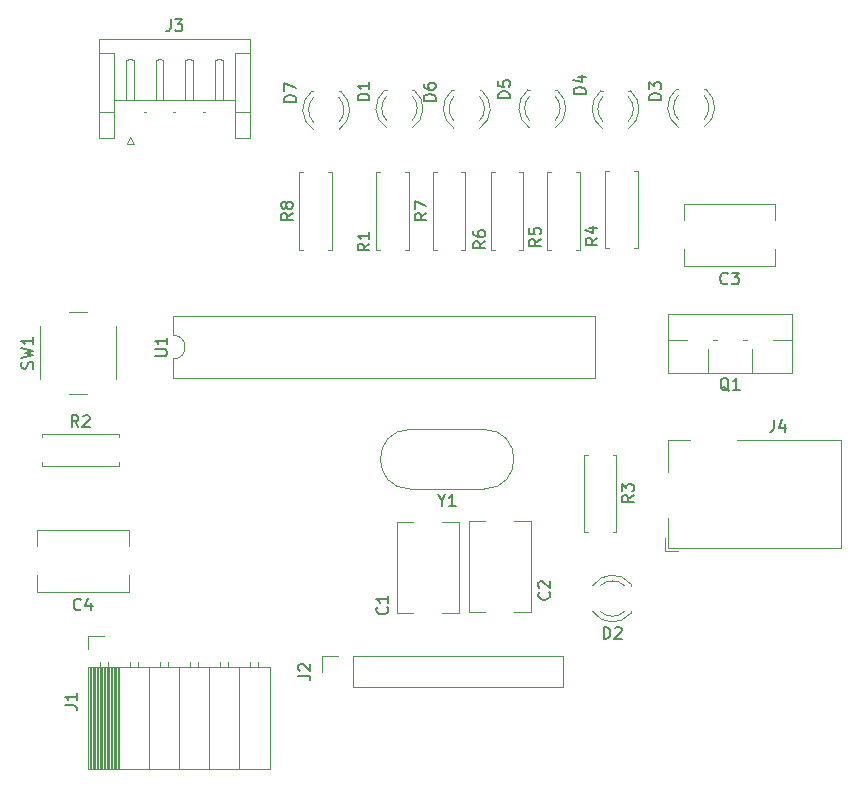
<source format=gbr>
%TF.GenerationSoftware,KiCad,Pcbnew,9.0.1*%
%TF.CreationDate,2025-06-17T17:02:24+01:00*%
%TF.ProjectId,Test_22,54657374-5f32-4322-9e6b-696361645f70,rev?*%
%TF.SameCoordinates,Original*%
%TF.FileFunction,Legend,Top*%
%TF.FilePolarity,Positive*%
%FSLAX46Y46*%
G04 Gerber Fmt 4.6, Leading zero omitted, Abs format (unit mm)*
G04 Created by KiCad (PCBNEW 9.0.1) date 2025-06-17 17:02:24*
%MOMM*%
%LPD*%
G01*
G04 APERTURE LIST*
%ADD10C,0.150000*%
%ADD11C,0.120000*%
G04 APERTURE END LIST*
D10*
X151063809Y-116803628D02*
X151063809Y-117279819D01*
X150730476Y-116279819D02*
X151063809Y-116803628D01*
X151063809Y-116803628D02*
X151397142Y-116279819D01*
X152254285Y-117279819D02*
X151682857Y-117279819D01*
X151968571Y-117279819D02*
X151968571Y-116279819D01*
X151968571Y-116279819D02*
X151873333Y-116422676D01*
X151873333Y-116422676D02*
X151778095Y-116517914D01*
X151778095Y-116517914D02*
X151682857Y-116565533D01*
X149784819Y-92456666D02*
X149308628Y-92789999D01*
X149784819Y-93028094D02*
X148784819Y-93028094D01*
X148784819Y-93028094D02*
X148784819Y-92647142D01*
X148784819Y-92647142D02*
X148832438Y-92551904D01*
X148832438Y-92551904D02*
X148880057Y-92504285D01*
X148880057Y-92504285D02*
X148975295Y-92456666D01*
X148975295Y-92456666D02*
X149118152Y-92456666D01*
X149118152Y-92456666D02*
X149213390Y-92504285D01*
X149213390Y-92504285D02*
X149261009Y-92551904D01*
X149261009Y-92551904D02*
X149308628Y-92647142D01*
X149308628Y-92647142D02*
X149308628Y-93028094D01*
X148784819Y-92123332D02*
X148784819Y-91456666D01*
X148784819Y-91456666D02*
X149784819Y-91885237D01*
X116447200Y-105633332D02*
X116494819Y-105490475D01*
X116494819Y-105490475D02*
X116494819Y-105252380D01*
X116494819Y-105252380D02*
X116447200Y-105157142D01*
X116447200Y-105157142D02*
X116399580Y-105109523D01*
X116399580Y-105109523D02*
X116304342Y-105061904D01*
X116304342Y-105061904D02*
X116209104Y-105061904D01*
X116209104Y-105061904D02*
X116113866Y-105109523D01*
X116113866Y-105109523D02*
X116066247Y-105157142D01*
X116066247Y-105157142D02*
X116018628Y-105252380D01*
X116018628Y-105252380D02*
X115971009Y-105442856D01*
X115971009Y-105442856D02*
X115923390Y-105538094D01*
X115923390Y-105538094D02*
X115875771Y-105585713D01*
X115875771Y-105585713D02*
X115780533Y-105633332D01*
X115780533Y-105633332D02*
X115685295Y-105633332D01*
X115685295Y-105633332D02*
X115590057Y-105585713D01*
X115590057Y-105585713D02*
X115542438Y-105538094D01*
X115542438Y-105538094D02*
X115494819Y-105442856D01*
X115494819Y-105442856D02*
X115494819Y-105204761D01*
X115494819Y-105204761D02*
X115542438Y-105061904D01*
X115494819Y-104728570D02*
X116494819Y-104490475D01*
X116494819Y-104490475D02*
X115780533Y-104299999D01*
X115780533Y-104299999D02*
X116494819Y-104109523D01*
X116494819Y-104109523D02*
X115494819Y-103871428D01*
X116494819Y-102966666D02*
X116494819Y-103538094D01*
X116494819Y-103252380D02*
X115494819Y-103252380D01*
X115494819Y-103252380D02*
X115637676Y-103347618D01*
X115637676Y-103347618D02*
X115732914Y-103442856D01*
X115732914Y-103442856D02*
X115780533Y-103538094D01*
X120533333Y-126009580D02*
X120485714Y-126057200D01*
X120485714Y-126057200D02*
X120342857Y-126104819D01*
X120342857Y-126104819D02*
X120247619Y-126104819D01*
X120247619Y-126104819D02*
X120104762Y-126057200D01*
X120104762Y-126057200D02*
X120009524Y-125961961D01*
X120009524Y-125961961D02*
X119961905Y-125866723D01*
X119961905Y-125866723D02*
X119914286Y-125676247D01*
X119914286Y-125676247D02*
X119914286Y-125533390D01*
X119914286Y-125533390D02*
X119961905Y-125342914D01*
X119961905Y-125342914D02*
X120009524Y-125247676D01*
X120009524Y-125247676D02*
X120104762Y-125152438D01*
X120104762Y-125152438D02*
X120247619Y-125104819D01*
X120247619Y-125104819D02*
X120342857Y-125104819D01*
X120342857Y-125104819D02*
X120485714Y-125152438D01*
X120485714Y-125152438D02*
X120533333Y-125200057D01*
X121390476Y-125438152D02*
X121390476Y-126104819D01*
X121152381Y-125057200D02*
X120914286Y-125771485D01*
X120914286Y-125771485D02*
X121533333Y-125771485D01*
X164791905Y-128514819D02*
X164791905Y-127514819D01*
X164791905Y-127514819D02*
X165030000Y-127514819D01*
X165030000Y-127514819D02*
X165172857Y-127562438D01*
X165172857Y-127562438D02*
X165268095Y-127657676D01*
X165268095Y-127657676D02*
X165315714Y-127752914D01*
X165315714Y-127752914D02*
X165363333Y-127943390D01*
X165363333Y-127943390D02*
X165363333Y-128086247D01*
X165363333Y-128086247D02*
X165315714Y-128276723D01*
X165315714Y-128276723D02*
X165268095Y-128371961D01*
X165268095Y-128371961D02*
X165172857Y-128467200D01*
X165172857Y-128467200D02*
X165030000Y-128514819D01*
X165030000Y-128514819D02*
X164791905Y-128514819D01*
X165744286Y-127610057D02*
X165791905Y-127562438D01*
X165791905Y-127562438D02*
X165887143Y-127514819D01*
X165887143Y-127514819D02*
X166125238Y-127514819D01*
X166125238Y-127514819D02*
X166220476Y-127562438D01*
X166220476Y-127562438D02*
X166268095Y-127610057D01*
X166268095Y-127610057D02*
X166315714Y-127705295D01*
X166315714Y-127705295D02*
X166315714Y-127800533D01*
X166315714Y-127800533D02*
X166268095Y-127943390D01*
X166268095Y-127943390D02*
X165696667Y-128514819D01*
X165696667Y-128514819D02*
X166315714Y-128514819D01*
X179216666Y-109962319D02*
X179216666Y-110676604D01*
X179216666Y-110676604D02*
X179169047Y-110819461D01*
X179169047Y-110819461D02*
X179073809Y-110914700D01*
X179073809Y-110914700D02*
X178930952Y-110962319D01*
X178930952Y-110962319D02*
X178835714Y-110962319D01*
X180121428Y-110295652D02*
X180121428Y-110962319D01*
X179883333Y-109914700D02*
X179645238Y-110628985D01*
X179645238Y-110628985D02*
X180264285Y-110628985D01*
X154754819Y-94866666D02*
X154278628Y-95199999D01*
X154754819Y-95438094D02*
X153754819Y-95438094D01*
X153754819Y-95438094D02*
X153754819Y-95057142D01*
X153754819Y-95057142D02*
X153802438Y-94961904D01*
X153802438Y-94961904D02*
X153850057Y-94914285D01*
X153850057Y-94914285D02*
X153945295Y-94866666D01*
X153945295Y-94866666D02*
X154088152Y-94866666D01*
X154088152Y-94866666D02*
X154183390Y-94914285D01*
X154183390Y-94914285D02*
X154231009Y-94961904D01*
X154231009Y-94961904D02*
X154278628Y-95057142D01*
X154278628Y-95057142D02*
X154278628Y-95438094D01*
X153754819Y-94009523D02*
X153754819Y-94199999D01*
X153754819Y-94199999D02*
X153802438Y-94295237D01*
X153802438Y-94295237D02*
X153850057Y-94342856D01*
X153850057Y-94342856D02*
X153992914Y-94438094D01*
X153992914Y-94438094D02*
X154183390Y-94485713D01*
X154183390Y-94485713D02*
X154564342Y-94485713D01*
X154564342Y-94485713D02*
X154659580Y-94438094D01*
X154659580Y-94438094D02*
X154707200Y-94390475D01*
X154707200Y-94390475D02*
X154754819Y-94295237D01*
X154754819Y-94295237D02*
X154754819Y-94104761D01*
X154754819Y-94104761D02*
X154707200Y-94009523D01*
X154707200Y-94009523D02*
X154659580Y-93961904D01*
X154659580Y-93961904D02*
X154564342Y-93914285D01*
X154564342Y-93914285D02*
X154326247Y-93914285D01*
X154326247Y-93914285D02*
X154231009Y-93961904D01*
X154231009Y-93961904D02*
X154183390Y-94009523D01*
X154183390Y-94009523D02*
X154135771Y-94104761D01*
X154135771Y-94104761D02*
X154135771Y-94295237D01*
X154135771Y-94295237D02*
X154183390Y-94390475D01*
X154183390Y-94390475D02*
X154231009Y-94438094D01*
X154231009Y-94438094D02*
X154326247Y-94485713D01*
X138944819Y-131633333D02*
X139659104Y-131633333D01*
X139659104Y-131633333D02*
X139801961Y-131680952D01*
X139801961Y-131680952D02*
X139897200Y-131776190D01*
X139897200Y-131776190D02*
X139944819Y-131919047D01*
X139944819Y-131919047D02*
X139944819Y-132014285D01*
X139040057Y-131204761D02*
X138992438Y-131157142D01*
X138992438Y-131157142D02*
X138944819Y-131061904D01*
X138944819Y-131061904D02*
X138944819Y-130823809D01*
X138944819Y-130823809D02*
X138992438Y-130728571D01*
X138992438Y-130728571D02*
X139040057Y-130680952D01*
X139040057Y-130680952D02*
X139135295Y-130633333D01*
X139135295Y-130633333D02*
X139230533Y-130633333D01*
X139230533Y-130633333D02*
X139373390Y-130680952D01*
X139373390Y-130680952D02*
X139944819Y-131252380D01*
X139944819Y-131252380D02*
X139944819Y-130633333D01*
X126804819Y-104571904D02*
X127614342Y-104571904D01*
X127614342Y-104571904D02*
X127709580Y-104524285D01*
X127709580Y-104524285D02*
X127757200Y-104476666D01*
X127757200Y-104476666D02*
X127804819Y-104381428D01*
X127804819Y-104381428D02*
X127804819Y-104190952D01*
X127804819Y-104190952D02*
X127757200Y-104095714D01*
X127757200Y-104095714D02*
X127709580Y-104048095D01*
X127709580Y-104048095D02*
X127614342Y-104000476D01*
X127614342Y-104000476D02*
X126804819Y-104000476D01*
X127804819Y-103000476D02*
X127804819Y-103571904D01*
X127804819Y-103286190D02*
X126804819Y-103286190D01*
X126804819Y-103286190D02*
X126947676Y-103381428D01*
X126947676Y-103381428D02*
X127042914Y-103476666D01*
X127042914Y-103476666D02*
X127090533Y-103571904D01*
X150554819Y-82958094D02*
X149554819Y-82958094D01*
X149554819Y-82958094D02*
X149554819Y-82719999D01*
X149554819Y-82719999D02*
X149602438Y-82577142D01*
X149602438Y-82577142D02*
X149697676Y-82481904D01*
X149697676Y-82481904D02*
X149792914Y-82434285D01*
X149792914Y-82434285D02*
X149983390Y-82386666D01*
X149983390Y-82386666D02*
X150126247Y-82386666D01*
X150126247Y-82386666D02*
X150316723Y-82434285D01*
X150316723Y-82434285D02*
X150411961Y-82481904D01*
X150411961Y-82481904D02*
X150507200Y-82577142D01*
X150507200Y-82577142D02*
X150554819Y-82719999D01*
X150554819Y-82719999D02*
X150554819Y-82958094D01*
X149554819Y-81529523D02*
X149554819Y-81719999D01*
X149554819Y-81719999D02*
X149602438Y-81815237D01*
X149602438Y-81815237D02*
X149650057Y-81862856D01*
X149650057Y-81862856D02*
X149792914Y-81958094D01*
X149792914Y-81958094D02*
X149983390Y-82005713D01*
X149983390Y-82005713D02*
X150364342Y-82005713D01*
X150364342Y-82005713D02*
X150459580Y-81958094D01*
X150459580Y-81958094D02*
X150507200Y-81910475D01*
X150507200Y-81910475D02*
X150554819Y-81815237D01*
X150554819Y-81815237D02*
X150554819Y-81624761D01*
X150554819Y-81624761D02*
X150507200Y-81529523D01*
X150507200Y-81529523D02*
X150459580Y-81481904D01*
X150459580Y-81481904D02*
X150364342Y-81434285D01*
X150364342Y-81434285D02*
X150126247Y-81434285D01*
X150126247Y-81434285D02*
X150031009Y-81481904D01*
X150031009Y-81481904D02*
X149983390Y-81529523D01*
X149983390Y-81529523D02*
X149935771Y-81624761D01*
X149935771Y-81624761D02*
X149935771Y-81815237D01*
X149935771Y-81815237D02*
X149983390Y-81910475D01*
X149983390Y-81910475D02*
X150031009Y-81958094D01*
X150031009Y-81958094D02*
X150126247Y-82005713D01*
X146459580Y-125816666D02*
X146507200Y-125864285D01*
X146507200Y-125864285D02*
X146554819Y-126007142D01*
X146554819Y-126007142D02*
X146554819Y-126102380D01*
X146554819Y-126102380D02*
X146507200Y-126245237D01*
X146507200Y-126245237D02*
X146411961Y-126340475D01*
X146411961Y-126340475D02*
X146316723Y-126388094D01*
X146316723Y-126388094D02*
X146126247Y-126435713D01*
X146126247Y-126435713D02*
X145983390Y-126435713D01*
X145983390Y-126435713D02*
X145792914Y-126388094D01*
X145792914Y-126388094D02*
X145697676Y-126340475D01*
X145697676Y-126340475D02*
X145602438Y-126245237D01*
X145602438Y-126245237D02*
X145554819Y-126102380D01*
X145554819Y-126102380D02*
X145554819Y-126007142D01*
X145554819Y-126007142D02*
X145602438Y-125864285D01*
X145602438Y-125864285D02*
X145650057Y-125816666D01*
X146554819Y-124864285D02*
X146554819Y-125435713D01*
X146554819Y-125149999D02*
X145554819Y-125149999D01*
X145554819Y-125149999D02*
X145697676Y-125245237D01*
X145697676Y-125245237D02*
X145792914Y-125340475D01*
X145792914Y-125340475D02*
X145840533Y-125435713D01*
X144954819Y-95046666D02*
X144478628Y-95379999D01*
X144954819Y-95618094D02*
X143954819Y-95618094D01*
X143954819Y-95618094D02*
X143954819Y-95237142D01*
X143954819Y-95237142D02*
X144002438Y-95141904D01*
X144002438Y-95141904D02*
X144050057Y-95094285D01*
X144050057Y-95094285D02*
X144145295Y-95046666D01*
X144145295Y-95046666D02*
X144288152Y-95046666D01*
X144288152Y-95046666D02*
X144383390Y-95094285D01*
X144383390Y-95094285D02*
X144431009Y-95141904D01*
X144431009Y-95141904D02*
X144478628Y-95237142D01*
X144478628Y-95237142D02*
X144478628Y-95618094D01*
X144954819Y-94094285D02*
X144954819Y-94665713D01*
X144954819Y-94379999D02*
X143954819Y-94379999D01*
X143954819Y-94379999D02*
X144097676Y-94475237D01*
X144097676Y-94475237D02*
X144192914Y-94570475D01*
X144192914Y-94570475D02*
X144240533Y-94665713D01*
X169654819Y-82888094D02*
X168654819Y-82888094D01*
X168654819Y-82888094D02*
X168654819Y-82649999D01*
X168654819Y-82649999D02*
X168702438Y-82507142D01*
X168702438Y-82507142D02*
X168797676Y-82411904D01*
X168797676Y-82411904D02*
X168892914Y-82364285D01*
X168892914Y-82364285D02*
X169083390Y-82316666D01*
X169083390Y-82316666D02*
X169226247Y-82316666D01*
X169226247Y-82316666D02*
X169416723Y-82364285D01*
X169416723Y-82364285D02*
X169511961Y-82411904D01*
X169511961Y-82411904D02*
X169607200Y-82507142D01*
X169607200Y-82507142D02*
X169654819Y-82649999D01*
X169654819Y-82649999D02*
X169654819Y-82888094D01*
X168654819Y-81983332D02*
X168654819Y-81364285D01*
X168654819Y-81364285D02*
X169035771Y-81697618D01*
X169035771Y-81697618D02*
X169035771Y-81554761D01*
X169035771Y-81554761D02*
X169083390Y-81459523D01*
X169083390Y-81459523D02*
X169131009Y-81411904D01*
X169131009Y-81411904D02*
X169226247Y-81364285D01*
X169226247Y-81364285D02*
X169464342Y-81364285D01*
X169464342Y-81364285D02*
X169559580Y-81411904D01*
X169559580Y-81411904D02*
X169607200Y-81459523D01*
X169607200Y-81459523D02*
X169654819Y-81554761D01*
X169654819Y-81554761D02*
X169654819Y-81840475D01*
X169654819Y-81840475D02*
X169607200Y-81935713D01*
X169607200Y-81935713D02*
X169559580Y-81983332D01*
X159484819Y-94656666D02*
X159008628Y-94989999D01*
X159484819Y-95228094D02*
X158484819Y-95228094D01*
X158484819Y-95228094D02*
X158484819Y-94847142D01*
X158484819Y-94847142D02*
X158532438Y-94751904D01*
X158532438Y-94751904D02*
X158580057Y-94704285D01*
X158580057Y-94704285D02*
X158675295Y-94656666D01*
X158675295Y-94656666D02*
X158818152Y-94656666D01*
X158818152Y-94656666D02*
X158913390Y-94704285D01*
X158913390Y-94704285D02*
X158961009Y-94751904D01*
X158961009Y-94751904D02*
X159008628Y-94847142D01*
X159008628Y-94847142D02*
X159008628Y-95228094D01*
X158484819Y-93751904D02*
X158484819Y-94228094D01*
X158484819Y-94228094D02*
X158961009Y-94275713D01*
X158961009Y-94275713D02*
X158913390Y-94228094D01*
X158913390Y-94228094D02*
X158865771Y-94132856D01*
X158865771Y-94132856D02*
X158865771Y-93894761D01*
X158865771Y-93894761D02*
X158913390Y-93799523D01*
X158913390Y-93799523D02*
X158961009Y-93751904D01*
X158961009Y-93751904D02*
X159056247Y-93704285D01*
X159056247Y-93704285D02*
X159294342Y-93704285D01*
X159294342Y-93704285D02*
X159389580Y-93751904D01*
X159389580Y-93751904D02*
X159437200Y-93799523D01*
X159437200Y-93799523D02*
X159484819Y-93894761D01*
X159484819Y-93894761D02*
X159484819Y-94132856D01*
X159484819Y-94132856D02*
X159437200Y-94228094D01*
X159437200Y-94228094D02*
X159389580Y-94275713D01*
X156854819Y-82728094D02*
X155854819Y-82728094D01*
X155854819Y-82728094D02*
X155854819Y-82489999D01*
X155854819Y-82489999D02*
X155902438Y-82347142D01*
X155902438Y-82347142D02*
X155997676Y-82251904D01*
X155997676Y-82251904D02*
X156092914Y-82204285D01*
X156092914Y-82204285D02*
X156283390Y-82156666D01*
X156283390Y-82156666D02*
X156426247Y-82156666D01*
X156426247Y-82156666D02*
X156616723Y-82204285D01*
X156616723Y-82204285D02*
X156711961Y-82251904D01*
X156711961Y-82251904D02*
X156807200Y-82347142D01*
X156807200Y-82347142D02*
X156854819Y-82489999D01*
X156854819Y-82489999D02*
X156854819Y-82728094D01*
X155854819Y-81251904D02*
X155854819Y-81728094D01*
X155854819Y-81728094D02*
X156331009Y-81775713D01*
X156331009Y-81775713D02*
X156283390Y-81728094D01*
X156283390Y-81728094D02*
X156235771Y-81632856D01*
X156235771Y-81632856D02*
X156235771Y-81394761D01*
X156235771Y-81394761D02*
X156283390Y-81299523D01*
X156283390Y-81299523D02*
X156331009Y-81251904D01*
X156331009Y-81251904D02*
X156426247Y-81204285D01*
X156426247Y-81204285D02*
X156664342Y-81204285D01*
X156664342Y-81204285D02*
X156759580Y-81251904D01*
X156759580Y-81251904D02*
X156807200Y-81299523D01*
X156807200Y-81299523D02*
X156854819Y-81394761D01*
X156854819Y-81394761D02*
X156854819Y-81632856D01*
X156854819Y-81632856D02*
X156807200Y-81728094D01*
X156807200Y-81728094D02*
X156759580Y-81775713D01*
X163254819Y-82358094D02*
X162254819Y-82358094D01*
X162254819Y-82358094D02*
X162254819Y-82119999D01*
X162254819Y-82119999D02*
X162302438Y-81977142D01*
X162302438Y-81977142D02*
X162397676Y-81881904D01*
X162397676Y-81881904D02*
X162492914Y-81834285D01*
X162492914Y-81834285D02*
X162683390Y-81786666D01*
X162683390Y-81786666D02*
X162826247Y-81786666D01*
X162826247Y-81786666D02*
X163016723Y-81834285D01*
X163016723Y-81834285D02*
X163111961Y-81881904D01*
X163111961Y-81881904D02*
X163207200Y-81977142D01*
X163207200Y-81977142D02*
X163254819Y-82119999D01*
X163254819Y-82119999D02*
X163254819Y-82358094D01*
X162588152Y-80929523D02*
X163254819Y-80929523D01*
X162207200Y-81167618D02*
X162921485Y-81405713D01*
X162921485Y-81405713D02*
X162921485Y-80786666D01*
X128116666Y-76054819D02*
X128116666Y-76769104D01*
X128116666Y-76769104D02*
X128069047Y-76911961D01*
X128069047Y-76911961D02*
X127973809Y-77007200D01*
X127973809Y-77007200D02*
X127830952Y-77054819D01*
X127830952Y-77054819D02*
X127735714Y-77054819D01*
X128497619Y-76054819D02*
X129116666Y-76054819D01*
X129116666Y-76054819D02*
X128783333Y-76435771D01*
X128783333Y-76435771D02*
X128926190Y-76435771D01*
X128926190Y-76435771D02*
X129021428Y-76483390D01*
X129021428Y-76483390D02*
X129069047Y-76531009D01*
X129069047Y-76531009D02*
X129116666Y-76626247D01*
X129116666Y-76626247D02*
X129116666Y-76864342D01*
X129116666Y-76864342D02*
X129069047Y-76959580D01*
X129069047Y-76959580D02*
X129021428Y-77007200D01*
X129021428Y-77007200D02*
X128926190Y-77054819D01*
X128926190Y-77054819D02*
X128640476Y-77054819D01*
X128640476Y-77054819D02*
X128545238Y-77007200D01*
X128545238Y-77007200D02*
X128497619Y-76959580D01*
X138484819Y-92456666D02*
X138008628Y-92789999D01*
X138484819Y-93028094D02*
X137484819Y-93028094D01*
X137484819Y-93028094D02*
X137484819Y-92647142D01*
X137484819Y-92647142D02*
X137532438Y-92551904D01*
X137532438Y-92551904D02*
X137580057Y-92504285D01*
X137580057Y-92504285D02*
X137675295Y-92456666D01*
X137675295Y-92456666D02*
X137818152Y-92456666D01*
X137818152Y-92456666D02*
X137913390Y-92504285D01*
X137913390Y-92504285D02*
X137961009Y-92551904D01*
X137961009Y-92551904D02*
X138008628Y-92647142D01*
X138008628Y-92647142D02*
X138008628Y-93028094D01*
X137913390Y-91885237D02*
X137865771Y-91980475D01*
X137865771Y-91980475D02*
X137818152Y-92028094D01*
X137818152Y-92028094D02*
X137722914Y-92075713D01*
X137722914Y-92075713D02*
X137675295Y-92075713D01*
X137675295Y-92075713D02*
X137580057Y-92028094D01*
X137580057Y-92028094D02*
X137532438Y-91980475D01*
X137532438Y-91980475D02*
X137484819Y-91885237D01*
X137484819Y-91885237D02*
X137484819Y-91694761D01*
X137484819Y-91694761D02*
X137532438Y-91599523D01*
X137532438Y-91599523D02*
X137580057Y-91551904D01*
X137580057Y-91551904D02*
X137675295Y-91504285D01*
X137675295Y-91504285D02*
X137722914Y-91504285D01*
X137722914Y-91504285D02*
X137818152Y-91551904D01*
X137818152Y-91551904D02*
X137865771Y-91599523D01*
X137865771Y-91599523D02*
X137913390Y-91694761D01*
X137913390Y-91694761D02*
X137913390Y-91885237D01*
X137913390Y-91885237D02*
X137961009Y-91980475D01*
X137961009Y-91980475D02*
X138008628Y-92028094D01*
X138008628Y-92028094D02*
X138103866Y-92075713D01*
X138103866Y-92075713D02*
X138294342Y-92075713D01*
X138294342Y-92075713D02*
X138389580Y-92028094D01*
X138389580Y-92028094D02*
X138437200Y-91980475D01*
X138437200Y-91980475D02*
X138484819Y-91885237D01*
X138484819Y-91885237D02*
X138484819Y-91694761D01*
X138484819Y-91694761D02*
X138437200Y-91599523D01*
X138437200Y-91599523D02*
X138389580Y-91551904D01*
X138389580Y-91551904D02*
X138294342Y-91504285D01*
X138294342Y-91504285D02*
X138103866Y-91504285D01*
X138103866Y-91504285D02*
X138008628Y-91551904D01*
X138008628Y-91551904D02*
X137961009Y-91599523D01*
X137961009Y-91599523D02*
X137913390Y-91694761D01*
X175283333Y-98409580D02*
X175235714Y-98457200D01*
X175235714Y-98457200D02*
X175092857Y-98504819D01*
X175092857Y-98504819D02*
X174997619Y-98504819D01*
X174997619Y-98504819D02*
X174854762Y-98457200D01*
X174854762Y-98457200D02*
X174759524Y-98361961D01*
X174759524Y-98361961D02*
X174711905Y-98266723D01*
X174711905Y-98266723D02*
X174664286Y-98076247D01*
X174664286Y-98076247D02*
X174664286Y-97933390D01*
X174664286Y-97933390D02*
X174711905Y-97742914D01*
X174711905Y-97742914D02*
X174759524Y-97647676D01*
X174759524Y-97647676D02*
X174854762Y-97552438D01*
X174854762Y-97552438D02*
X174997619Y-97504819D01*
X174997619Y-97504819D02*
X175092857Y-97504819D01*
X175092857Y-97504819D02*
X175235714Y-97552438D01*
X175235714Y-97552438D02*
X175283333Y-97600057D01*
X175616667Y-97504819D02*
X176235714Y-97504819D01*
X176235714Y-97504819D02*
X175902381Y-97885771D01*
X175902381Y-97885771D02*
X176045238Y-97885771D01*
X176045238Y-97885771D02*
X176140476Y-97933390D01*
X176140476Y-97933390D02*
X176188095Y-97981009D01*
X176188095Y-97981009D02*
X176235714Y-98076247D01*
X176235714Y-98076247D02*
X176235714Y-98314342D01*
X176235714Y-98314342D02*
X176188095Y-98409580D01*
X176188095Y-98409580D02*
X176140476Y-98457200D01*
X176140476Y-98457200D02*
X176045238Y-98504819D01*
X176045238Y-98504819D02*
X175759524Y-98504819D01*
X175759524Y-98504819D02*
X175664286Y-98457200D01*
X175664286Y-98457200D02*
X175616667Y-98409580D01*
X175404761Y-107522557D02*
X175309523Y-107474938D01*
X175309523Y-107474938D02*
X175214285Y-107379700D01*
X175214285Y-107379700D02*
X175071428Y-107236842D01*
X175071428Y-107236842D02*
X174976190Y-107189223D01*
X174976190Y-107189223D02*
X174880952Y-107189223D01*
X174928571Y-107427319D02*
X174833333Y-107379700D01*
X174833333Y-107379700D02*
X174738095Y-107284461D01*
X174738095Y-107284461D02*
X174690476Y-107093985D01*
X174690476Y-107093985D02*
X174690476Y-106760652D01*
X174690476Y-106760652D02*
X174738095Y-106570176D01*
X174738095Y-106570176D02*
X174833333Y-106474938D01*
X174833333Y-106474938D02*
X174928571Y-106427319D01*
X174928571Y-106427319D02*
X175119047Y-106427319D01*
X175119047Y-106427319D02*
X175214285Y-106474938D01*
X175214285Y-106474938D02*
X175309523Y-106570176D01*
X175309523Y-106570176D02*
X175357142Y-106760652D01*
X175357142Y-106760652D02*
X175357142Y-107093985D01*
X175357142Y-107093985D02*
X175309523Y-107284461D01*
X175309523Y-107284461D02*
X175214285Y-107379700D01*
X175214285Y-107379700D02*
X175119047Y-107427319D01*
X175119047Y-107427319D02*
X174928571Y-107427319D01*
X176309523Y-107427319D02*
X175738095Y-107427319D01*
X176023809Y-107427319D02*
X176023809Y-106427319D01*
X176023809Y-106427319D02*
X175928571Y-106570176D01*
X175928571Y-106570176D02*
X175833333Y-106665414D01*
X175833333Y-106665414D02*
X175738095Y-106713033D01*
X119184819Y-134113333D02*
X119899104Y-134113333D01*
X119899104Y-134113333D02*
X120041961Y-134160952D01*
X120041961Y-134160952D02*
X120137200Y-134256190D01*
X120137200Y-134256190D02*
X120184819Y-134399047D01*
X120184819Y-134399047D02*
X120184819Y-134494285D01*
X120184819Y-133113333D02*
X120184819Y-133684761D01*
X120184819Y-133399047D02*
X119184819Y-133399047D01*
X119184819Y-133399047D02*
X119327676Y-133494285D01*
X119327676Y-133494285D02*
X119422914Y-133589523D01*
X119422914Y-133589523D02*
X119470533Y-133684761D01*
X167324819Y-116356666D02*
X166848628Y-116689999D01*
X167324819Y-116928094D02*
X166324819Y-116928094D01*
X166324819Y-116928094D02*
X166324819Y-116547142D01*
X166324819Y-116547142D02*
X166372438Y-116451904D01*
X166372438Y-116451904D02*
X166420057Y-116404285D01*
X166420057Y-116404285D02*
X166515295Y-116356666D01*
X166515295Y-116356666D02*
X166658152Y-116356666D01*
X166658152Y-116356666D02*
X166753390Y-116404285D01*
X166753390Y-116404285D02*
X166801009Y-116451904D01*
X166801009Y-116451904D02*
X166848628Y-116547142D01*
X166848628Y-116547142D02*
X166848628Y-116928094D01*
X166324819Y-116023332D02*
X166324819Y-115404285D01*
X166324819Y-115404285D02*
X166705771Y-115737618D01*
X166705771Y-115737618D02*
X166705771Y-115594761D01*
X166705771Y-115594761D02*
X166753390Y-115499523D01*
X166753390Y-115499523D02*
X166801009Y-115451904D01*
X166801009Y-115451904D02*
X166896247Y-115404285D01*
X166896247Y-115404285D02*
X167134342Y-115404285D01*
X167134342Y-115404285D02*
X167229580Y-115451904D01*
X167229580Y-115451904D02*
X167277200Y-115499523D01*
X167277200Y-115499523D02*
X167324819Y-115594761D01*
X167324819Y-115594761D02*
X167324819Y-115880475D01*
X167324819Y-115880475D02*
X167277200Y-115975713D01*
X167277200Y-115975713D02*
X167229580Y-116023332D01*
X160159580Y-124566666D02*
X160207200Y-124614285D01*
X160207200Y-124614285D02*
X160254819Y-124757142D01*
X160254819Y-124757142D02*
X160254819Y-124852380D01*
X160254819Y-124852380D02*
X160207200Y-124995237D01*
X160207200Y-124995237D02*
X160111961Y-125090475D01*
X160111961Y-125090475D02*
X160016723Y-125138094D01*
X160016723Y-125138094D02*
X159826247Y-125185713D01*
X159826247Y-125185713D02*
X159683390Y-125185713D01*
X159683390Y-125185713D02*
X159492914Y-125138094D01*
X159492914Y-125138094D02*
X159397676Y-125090475D01*
X159397676Y-125090475D02*
X159302438Y-124995237D01*
X159302438Y-124995237D02*
X159254819Y-124852380D01*
X159254819Y-124852380D02*
X159254819Y-124757142D01*
X159254819Y-124757142D02*
X159302438Y-124614285D01*
X159302438Y-124614285D02*
X159350057Y-124566666D01*
X159350057Y-124185713D02*
X159302438Y-124138094D01*
X159302438Y-124138094D02*
X159254819Y-124042856D01*
X159254819Y-124042856D02*
X159254819Y-123804761D01*
X159254819Y-123804761D02*
X159302438Y-123709523D01*
X159302438Y-123709523D02*
X159350057Y-123661904D01*
X159350057Y-123661904D02*
X159445295Y-123614285D01*
X159445295Y-123614285D02*
X159540533Y-123614285D01*
X159540533Y-123614285D02*
X159683390Y-123661904D01*
X159683390Y-123661904D02*
X160254819Y-124233332D01*
X160254819Y-124233332D02*
X160254819Y-123614285D01*
X120323333Y-110584819D02*
X119990000Y-110108628D01*
X119751905Y-110584819D02*
X119751905Y-109584819D01*
X119751905Y-109584819D02*
X120132857Y-109584819D01*
X120132857Y-109584819D02*
X120228095Y-109632438D01*
X120228095Y-109632438D02*
X120275714Y-109680057D01*
X120275714Y-109680057D02*
X120323333Y-109775295D01*
X120323333Y-109775295D02*
X120323333Y-109918152D01*
X120323333Y-109918152D02*
X120275714Y-110013390D01*
X120275714Y-110013390D02*
X120228095Y-110061009D01*
X120228095Y-110061009D02*
X120132857Y-110108628D01*
X120132857Y-110108628D02*
X119751905Y-110108628D01*
X120704286Y-109680057D02*
X120751905Y-109632438D01*
X120751905Y-109632438D02*
X120847143Y-109584819D01*
X120847143Y-109584819D02*
X121085238Y-109584819D01*
X121085238Y-109584819D02*
X121180476Y-109632438D01*
X121180476Y-109632438D02*
X121228095Y-109680057D01*
X121228095Y-109680057D02*
X121275714Y-109775295D01*
X121275714Y-109775295D02*
X121275714Y-109870533D01*
X121275714Y-109870533D02*
X121228095Y-110013390D01*
X121228095Y-110013390D02*
X120656667Y-110584819D01*
X120656667Y-110584819D02*
X121275714Y-110584819D01*
X164254819Y-94556666D02*
X163778628Y-94889999D01*
X164254819Y-95128094D02*
X163254819Y-95128094D01*
X163254819Y-95128094D02*
X163254819Y-94747142D01*
X163254819Y-94747142D02*
X163302438Y-94651904D01*
X163302438Y-94651904D02*
X163350057Y-94604285D01*
X163350057Y-94604285D02*
X163445295Y-94556666D01*
X163445295Y-94556666D02*
X163588152Y-94556666D01*
X163588152Y-94556666D02*
X163683390Y-94604285D01*
X163683390Y-94604285D02*
X163731009Y-94651904D01*
X163731009Y-94651904D02*
X163778628Y-94747142D01*
X163778628Y-94747142D02*
X163778628Y-95128094D01*
X163588152Y-93699523D02*
X164254819Y-93699523D01*
X163207200Y-93937618D02*
X163921485Y-94175713D01*
X163921485Y-94175713D02*
X163921485Y-93556666D01*
X144954819Y-82928094D02*
X143954819Y-82928094D01*
X143954819Y-82928094D02*
X143954819Y-82689999D01*
X143954819Y-82689999D02*
X144002438Y-82547142D01*
X144002438Y-82547142D02*
X144097676Y-82451904D01*
X144097676Y-82451904D02*
X144192914Y-82404285D01*
X144192914Y-82404285D02*
X144383390Y-82356666D01*
X144383390Y-82356666D02*
X144526247Y-82356666D01*
X144526247Y-82356666D02*
X144716723Y-82404285D01*
X144716723Y-82404285D02*
X144811961Y-82451904D01*
X144811961Y-82451904D02*
X144907200Y-82547142D01*
X144907200Y-82547142D02*
X144954819Y-82689999D01*
X144954819Y-82689999D02*
X144954819Y-82928094D01*
X144954819Y-81404285D02*
X144954819Y-81975713D01*
X144954819Y-81689999D02*
X143954819Y-81689999D01*
X143954819Y-81689999D02*
X144097676Y-81785237D01*
X144097676Y-81785237D02*
X144192914Y-81880475D01*
X144192914Y-81880475D02*
X144240533Y-81975713D01*
X138754819Y-83058094D02*
X137754819Y-83058094D01*
X137754819Y-83058094D02*
X137754819Y-82819999D01*
X137754819Y-82819999D02*
X137802438Y-82677142D01*
X137802438Y-82677142D02*
X137897676Y-82581904D01*
X137897676Y-82581904D02*
X137992914Y-82534285D01*
X137992914Y-82534285D02*
X138183390Y-82486666D01*
X138183390Y-82486666D02*
X138326247Y-82486666D01*
X138326247Y-82486666D02*
X138516723Y-82534285D01*
X138516723Y-82534285D02*
X138611961Y-82581904D01*
X138611961Y-82581904D02*
X138707200Y-82677142D01*
X138707200Y-82677142D02*
X138754819Y-82819999D01*
X138754819Y-82819999D02*
X138754819Y-83058094D01*
X137754819Y-82153332D02*
X137754819Y-81486666D01*
X137754819Y-81486666D02*
X138754819Y-81915237D01*
D11*
%TO.C,Y1*%
X154665000Y-110775000D02*
X148415000Y-110775000D01*
X154665000Y-115825000D02*
X148415000Y-115825000D01*
X148415000Y-115825000D02*
G75*
G02*
X148415000Y-110775000I0J2525000D01*
G01*
X154665000Y-110775000D02*
G75*
G02*
X154665000Y-115825000I0J-2525000D01*
G01*
%TO.C,R7*%
X150330000Y-89020000D02*
X150660000Y-89020000D01*
X150330000Y-95560000D02*
X150330000Y-89020000D01*
X150660000Y-95560000D02*
X150330000Y-95560000D01*
X152740000Y-95560000D02*
X153070000Y-95560000D01*
X153070000Y-89020000D02*
X152740000Y-89020000D01*
X153070000Y-95560000D02*
X153070000Y-89020000D01*
%TO.C,SW1*%
X117040000Y-102050000D02*
X117040000Y-106550000D01*
X119540000Y-107800000D02*
X121040000Y-107800000D01*
X121040000Y-100800000D02*
X119540000Y-100800000D01*
X123540000Y-106550000D02*
X123540000Y-102050000D01*
%TO.C,C4*%
X116830000Y-120666000D02*
X116830000Y-119280000D01*
X116830000Y-124520000D02*
X116830000Y-123134000D01*
X124570000Y-119280000D02*
X116830000Y-119280000D01*
X124570000Y-120666000D02*
X124570000Y-119280000D01*
X124570000Y-124520000D02*
X116830000Y-124520000D01*
X124570000Y-124520000D02*
X124570000Y-123134000D01*
%TO.C,D2*%
X167090000Y-124020000D02*
X167090000Y-123864000D01*
X167090000Y-126336000D02*
X167090000Y-126180000D01*
X163858603Y-124019939D02*
G75*
G02*
X167090000Y-123864484I1671397J-1080061D01*
G01*
X164489090Y-124019951D02*
G75*
G02*
X166570961Y-124020000I1040910J-1080049D01*
G01*
X166570961Y-126180000D02*
G75*
G02*
X164489090Y-126180049I-1040961J1080000D01*
G01*
X167090000Y-126335516D02*
G75*
G02*
X163858603Y-126180061I-1560000J1235516D01*
G01*
%TO.C,J4*%
X170000000Y-120007500D02*
X170000000Y-121057500D01*
X170200000Y-111657500D02*
X172100000Y-111657500D01*
X170200000Y-114357500D02*
X170200000Y-111657500D01*
X170200000Y-120857500D02*
X170200000Y-118257500D01*
X171050000Y-121057500D02*
X170000000Y-121057500D01*
X176100000Y-111657500D02*
X184900000Y-111657500D01*
X184900000Y-111657500D02*
X184900000Y-120857500D01*
X184900000Y-120857500D02*
X170200000Y-120857500D01*
%TO.C,R6*%
X155230000Y-89020000D02*
X155560000Y-89020000D01*
X155230000Y-95560000D02*
X155230000Y-89020000D01*
X155560000Y-95560000D02*
X155230000Y-95560000D01*
X157640000Y-95560000D02*
X157970000Y-95560000D01*
X157970000Y-89020000D02*
X157640000Y-89020000D01*
X157970000Y-95560000D02*
X157970000Y-89020000D01*
%TO.C,J2*%
X140930000Y-129970000D02*
X142260000Y-129970000D01*
X140930000Y-131300000D02*
X140930000Y-129970000D01*
X143530000Y-129970000D02*
X161370000Y-129970000D01*
X143530000Y-132630000D02*
X143530000Y-129970000D01*
X143530000Y-132630000D02*
X161370000Y-132630000D01*
X161370000Y-132630000D02*
X161370000Y-129970000D01*
%TO.C,U1*%
X128350000Y-101160000D02*
X128350000Y-102810000D01*
X128350000Y-104810000D02*
X128350000Y-106460000D01*
X128350000Y-106460000D02*
X164030000Y-106460000D01*
X164030000Y-101160000D02*
X128350000Y-101160000D01*
X164030000Y-106460000D02*
X164030000Y-101160000D01*
X128350000Y-102810000D02*
G75*
G02*
X128350000Y-104810000I0J-1000000D01*
G01*
%TO.C,D6*%
X152120000Y-82060000D02*
X151964000Y-82060000D01*
X154436000Y-82060000D02*
X154280000Y-82060000D01*
X152119939Y-85291397D02*
G75*
G02*
X151964484Y-82060000I1080061J1671397D01*
G01*
X152119951Y-84660910D02*
G75*
G02*
X152120000Y-82579039I1080049J1040910D01*
G01*
X154280000Y-82579039D02*
G75*
G02*
X154280049Y-84660910I-1080000J-1040961D01*
G01*
X154435516Y-82060000D02*
G75*
G02*
X154280061Y-85291397I-1235516J-1560000D01*
G01*
%TO.C,C1*%
X147280000Y-118580000D02*
X147280000Y-126320000D01*
X148666000Y-118580000D02*
X147280000Y-118580000D01*
X148666000Y-126320000D02*
X147280000Y-126320000D01*
X152520000Y-118580000D02*
X151134000Y-118580000D01*
X152520000Y-118580000D02*
X152520000Y-126320000D01*
X152520000Y-126320000D02*
X151134000Y-126320000D01*
%TO.C,R1*%
X145530000Y-89020000D02*
X145860000Y-89020000D01*
X145530000Y-95560000D02*
X145530000Y-89020000D01*
X145860000Y-95560000D02*
X145530000Y-95560000D01*
X147940000Y-95560000D02*
X148270000Y-95560000D01*
X148270000Y-89020000D02*
X147940000Y-89020000D01*
X148270000Y-95560000D02*
X148270000Y-89020000D01*
%TO.C,D3*%
X171120000Y-81960000D02*
X170964000Y-81960000D01*
X173436000Y-81960000D02*
X173280000Y-81960000D01*
X171119939Y-85191397D02*
G75*
G02*
X170964484Y-81960000I1080061J1671397D01*
G01*
X171119951Y-84560910D02*
G75*
G02*
X171120000Y-82479039I1080049J1040910D01*
G01*
X173280000Y-82479039D02*
G75*
G02*
X173280049Y-84560910I-1080000J-1040961D01*
G01*
X173435516Y-81960000D02*
G75*
G02*
X173280061Y-85191397I-1235516J-1560000D01*
G01*
%TO.C,R5*%
X160030000Y-89020000D02*
X160360000Y-89020000D01*
X160030000Y-95560000D02*
X160030000Y-89020000D01*
X160360000Y-95560000D02*
X160030000Y-95560000D01*
X162440000Y-95560000D02*
X162770000Y-95560000D01*
X162770000Y-89020000D02*
X162440000Y-89020000D01*
X162770000Y-95560000D02*
X162770000Y-89020000D01*
%TO.C,D5*%
X158520000Y-82030000D02*
X158364000Y-82030000D01*
X160836000Y-82030000D02*
X160680000Y-82030000D01*
X158519939Y-85261397D02*
G75*
G02*
X158364484Y-82030000I1080061J1671397D01*
G01*
X158519951Y-84630910D02*
G75*
G02*
X158520000Y-82549039I1080049J1040910D01*
G01*
X160680000Y-82549039D02*
G75*
G02*
X160680049Y-84630910I-1080000J-1040961D01*
G01*
X160835516Y-82030000D02*
G75*
G02*
X160680061Y-85261397I-1235516J-1560000D01*
G01*
%TO.C,D4*%
X164720000Y-82090000D02*
X164564000Y-82090000D01*
X167036000Y-82090000D02*
X166880000Y-82090000D01*
X164719939Y-85321397D02*
G75*
G02*
X164564484Y-82090000I1080061J1671397D01*
G01*
X164719951Y-84690910D02*
G75*
G02*
X164720000Y-82609039I1080049J1040910D01*
G01*
X166880000Y-82609039D02*
G75*
G02*
X166880049Y-84690910I-1080000J-1040961D01*
G01*
X167035516Y-82090000D02*
G75*
G02*
X166880061Y-85321397I-1235516J-1560000D01*
G01*
%TO.C,J3*%
X122090000Y-77690000D02*
X134810000Y-77690000D01*
X122090000Y-78910000D02*
X123310000Y-78910000D01*
X122090000Y-86110000D02*
X122090000Y-77690000D01*
X123310000Y-78910000D02*
X123310000Y-83910000D01*
X123310000Y-82910000D02*
X133590000Y-82910000D01*
X123310000Y-83910000D02*
X122090000Y-83910000D01*
X123310000Y-83910000D02*
X123310000Y-86110000D01*
X123310000Y-86110000D02*
X122090000Y-86110000D01*
X124380000Y-79490000D02*
X124700000Y-79410000D01*
X124380000Y-82910000D02*
X124380000Y-79490000D01*
X124400000Y-86600000D02*
X125000000Y-86600000D01*
X124700000Y-79410000D02*
X125020000Y-79490000D01*
X124700000Y-82910000D02*
X124380000Y-82910000D01*
X124700000Y-86000000D02*
X124400000Y-86600000D01*
X125000000Y-86600000D02*
X124700000Y-86000000D01*
X125020000Y-79490000D02*
X125020000Y-82910000D01*
X125020000Y-82910000D02*
X124700000Y-82910000D01*
X125870000Y-83910000D02*
X126030000Y-83910000D01*
X126880000Y-79490000D02*
X127200000Y-79410000D01*
X126880000Y-82910000D02*
X126880000Y-79490000D01*
X127200000Y-79410000D02*
X127520000Y-79490000D01*
X127200000Y-82910000D02*
X126880000Y-82910000D01*
X127520000Y-79490000D02*
X127520000Y-82910000D01*
X127520000Y-82910000D02*
X127200000Y-82910000D01*
X128370000Y-83910000D02*
X128530000Y-83910000D01*
X129380000Y-79490000D02*
X129700000Y-79410000D01*
X129380000Y-82910000D02*
X129380000Y-79490000D01*
X129700000Y-79410000D02*
X130020000Y-79490000D01*
X129700000Y-82910000D02*
X129380000Y-82910000D01*
X130020000Y-79490000D02*
X130020000Y-82910000D01*
X130020000Y-82910000D02*
X129700000Y-82910000D01*
X130870000Y-83910000D02*
X131030000Y-83910000D01*
X131880000Y-79490000D02*
X132200000Y-79410000D01*
X131880000Y-82910000D02*
X131880000Y-79490000D01*
X132200000Y-79410000D02*
X132520000Y-79490000D01*
X132200000Y-82910000D02*
X131880000Y-82910000D01*
X132520000Y-79490000D02*
X132520000Y-82910000D01*
X132520000Y-82910000D02*
X132200000Y-82910000D01*
X133590000Y-78910000D02*
X133590000Y-83910000D01*
X133590000Y-83910000D02*
X134810000Y-83910000D01*
X133590000Y-86110000D02*
X133590000Y-83910000D01*
X134810000Y-77690000D02*
X134810000Y-86110000D01*
X134810000Y-78910000D02*
X133590000Y-78910000D01*
X134810000Y-86110000D02*
X133590000Y-86110000D01*
%TO.C,R8*%
X139030000Y-89020000D02*
X139360000Y-89020000D01*
X139030000Y-95560000D02*
X139030000Y-89020000D01*
X139360000Y-95560000D02*
X139030000Y-95560000D01*
X141440000Y-95560000D02*
X141770000Y-95560000D01*
X141770000Y-89020000D02*
X141440000Y-89020000D01*
X141770000Y-95560000D02*
X141770000Y-89020000D01*
%TO.C,C3*%
X171580000Y-93066000D02*
X171580000Y-91680000D01*
X171580000Y-96920000D02*
X171580000Y-95534000D01*
X179320000Y-91680000D02*
X171580000Y-91680000D01*
X179320000Y-93066000D02*
X179320000Y-91680000D01*
X179320000Y-96920000D02*
X171580000Y-96920000D01*
X179320000Y-96920000D02*
X179320000Y-95534000D01*
%TO.C,Q1*%
X170250000Y-105973000D02*
X170250000Y-101032000D01*
X171857000Y-103213000D02*
X170250000Y-103213000D01*
X173649000Y-105973000D02*
X173649000Y-103955000D01*
X174397000Y-103213000D02*
X174062000Y-103213000D01*
X176937000Y-103213000D02*
X176602000Y-103213000D01*
X177350000Y-105973000D02*
X177350000Y-103955000D01*
X180750000Y-101032000D02*
X170250000Y-101032000D01*
X180750000Y-103213000D02*
X179143000Y-103213000D01*
X180750000Y-105973000D02*
X170250000Y-105973000D01*
X180750000Y-105973000D02*
X180750000Y-101032000D01*
%TO.C,J1*%
X121170000Y-128290000D02*
X122500000Y-128290000D01*
X121170000Y-129400000D02*
X121170000Y-128290000D01*
X121170000Y-130860000D02*
X136530000Y-130860000D01*
X121170000Y-139490000D02*
X121170000Y-130860000D01*
X121170000Y-139490000D02*
X136530000Y-139490000D01*
X121290000Y-139490000D02*
X121290000Y-130860000D01*
X121408095Y-139490000D02*
X121408095Y-130860000D01*
X121526190Y-139490000D02*
X121526190Y-130860000D01*
X121644285Y-139490000D02*
X121644285Y-130860000D01*
X121762380Y-139490000D02*
X121762380Y-130860000D01*
X121880475Y-139490000D02*
X121880475Y-130860000D01*
X121998570Y-139490000D02*
X121998570Y-130860000D01*
X122116665Y-139490000D02*
X122116665Y-130860000D01*
X122140000Y-130860000D02*
X122140000Y-130510000D01*
X122234760Y-139490000D02*
X122234760Y-130860000D01*
X122352855Y-139490000D02*
X122352855Y-130860000D01*
X122470950Y-139490000D02*
X122470950Y-130860000D01*
X122589045Y-139490000D02*
X122589045Y-130860000D01*
X122707140Y-139490000D02*
X122707140Y-130860000D01*
X122825235Y-139490000D02*
X122825235Y-130860000D01*
X122860000Y-130860000D02*
X122860000Y-130510000D01*
X122943330Y-139490000D02*
X122943330Y-130860000D01*
X123061425Y-139490000D02*
X123061425Y-130860000D01*
X123179520Y-139490000D02*
X123179520Y-130860000D01*
X123297615Y-139490000D02*
X123297615Y-130860000D01*
X123415710Y-139490000D02*
X123415710Y-130860000D01*
X123533805Y-139490000D02*
X123533805Y-130860000D01*
X123651900Y-139490000D02*
X123651900Y-130860000D01*
X123770000Y-139490000D02*
X123770000Y-130860000D01*
X124680000Y-130860000D02*
X124680000Y-130450000D01*
X125400000Y-130860000D02*
X125400000Y-130450000D01*
X126310000Y-139490000D02*
X126310000Y-130860000D01*
X127220000Y-130860000D02*
X127220000Y-130450000D01*
X127940000Y-130860000D02*
X127940000Y-130450000D01*
X128850000Y-139490000D02*
X128850000Y-130860000D01*
X129760000Y-130860000D02*
X129760000Y-130450000D01*
X130480000Y-130860000D02*
X130480000Y-130450000D01*
X131390000Y-139490000D02*
X131390000Y-130860000D01*
X132300000Y-130860000D02*
X132300000Y-130450000D01*
X133020000Y-130860000D02*
X133020000Y-130450000D01*
X133930000Y-139490000D02*
X133930000Y-130860000D01*
X134840000Y-130860000D02*
X134840000Y-130450000D01*
X135560000Y-130860000D02*
X135560000Y-130450000D01*
X136530000Y-139490000D02*
X136530000Y-130860000D01*
%TO.C,R3*%
X163130000Y-112920000D02*
X163130000Y-119460000D01*
X163130000Y-119460000D02*
X163460000Y-119460000D01*
X163460000Y-112920000D02*
X163130000Y-112920000D01*
X165540000Y-112920000D02*
X165870000Y-112920000D01*
X165870000Y-112920000D02*
X165870000Y-119460000D01*
X165870000Y-119460000D02*
X165540000Y-119460000D01*
%TO.C,C2*%
X153380000Y-118530000D02*
X153380000Y-126270000D01*
X154766000Y-118530000D02*
X153380000Y-118530000D01*
X154766000Y-126270000D02*
X153380000Y-126270000D01*
X158620000Y-118530000D02*
X157234000Y-118530000D01*
X158620000Y-118530000D02*
X158620000Y-126270000D01*
X158620000Y-126270000D02*
X157234000Y-126270000D01*
%TO.C,R2*%
X117220000Y-111130000D02*
X123760000Y-111130000D01*
X117220000Y-111460000D02*
X117220000Y-111130000D01*
X117220000Y-113540000D02*
X117220000Y-113870000D01*
X117220000Y-113870000D02*
X123760000Y-113870000D01*
X123760000Y-111130000D02*
X123760000Y-111460000D01*
X123760000Y-113870000D02*
X123760000Y-113540000D01*
%TO.C,R4*%
X164930000Y-88920000D02*
X165260000Y-88920000D01*
X164930000Y-95460000D02*
X164930000Y-88920000D01*
X165260000Y-95460000D02*
X164930000Y-95460000D01*
X167340000Y-95460000D02*
X167670000Y-95460000D01*
X167670000Y-88920000D02*
X167340000Y-88920000D01*
X167670000Y-95460000D02*
X167670000Y-88920000D01*
%TO.C,D1*%
X146420000Y-82030000D02*
X146264000Y-82030000D01*
X148736000Y-82030000D02*
X148580000Y-82030000D01*
X146419939Y-85261397D02*
G75*
G02*
X146264484Y-82030000I1080061J1671397D01*
G01*
X146419951Y-84630910D02*
G75*
G02*
X146420000Y-82549039I1080049J1040910D01*
G01*
X148580000Y-82549039D02*
G75*
G02*
X148580049Y-84630910I-1080000J-1040961D01*
G01*
X148735516Y-82030000D02*
G75*
G02*
X148580061Y-85261397I-1235516J-1560000D01*
G01*
%TO.C,D7*%
X140220000Y-82160000D02*
X140064000Y-82160000D01*
X142536000Y-82160000D02*
X142380000Y-82160000D01*
X140219939Y-85391397D02*
G75*
G02*
X140064484Y-82160000I1080061J1671397D01*
G01*
X140219951Y-84760910D02*
G75*
G02*
X140220000Y-82679039I1080049J1040910D01*
G01*
X142380000Y-82679039D02*
G75*
G02*
X142380049Y-84760910I-1080000J-1040961D01*
G01*
X142535516Y-82160000D02*
G75*
G02*
X142380061Y-85391397I-1235516J-1560000D01*
G01*
%TD*%
M02*

</source>
